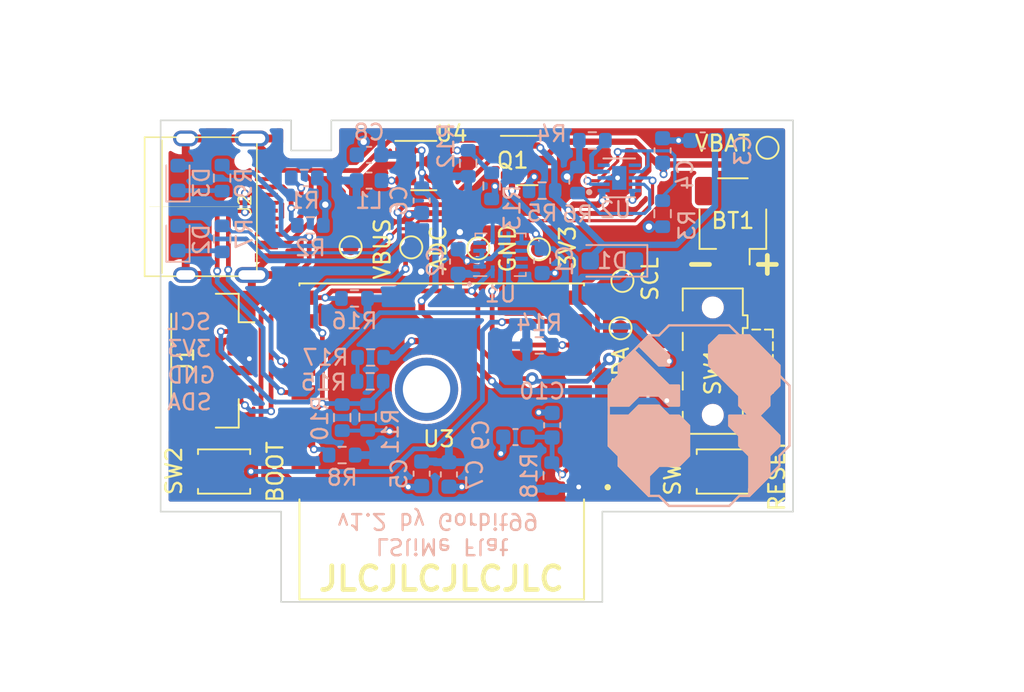
<source format=kicad_pcb>
(kicad_pcb (version 20221018) (generator pcbnew)
  (layers (0 "F.Cu" signal) (31 "B.Cu" signal) (34 "B.Paste" user) (35 "F.Paste" user) (36 "B.SilkS" user "B.Silkscreen") (37 "F.SilkS" user "F.Silkscreen") (38 "B.Mask" user) (39 "F.Mask" user) (44 "Edge.Cuts" user))
  (net 0 "")
  (net 1 "GND")
  (net 2 "+BATT")
  (net 3 "+5V")
  (net 4 "Net-(D2-K)")
  (net 5 "Net-(J2-CC1)")
  (net 6 "/USBD+")
  (net 7 "/USBD-")
  (net 9 "Net-(J2-CC2)")
  (net 11 "/SCL")
  (net 12 "/SDA")
  (net 13 "Net-(U4-SW)")
  (net 14 "Net-(U2-ISET)")
  (net 15 "/CHRG")
  (net 16 "Net-(U2-PRETERM)")
  (net 17 "/ADC")
  (net 18 "/EN")
  (net 20 "/GPIO0")
  (net 22 "Net-(U2-TS)")
  (net 23 "Net-(U4-FB)")
  (net 24 "VCC")
  (net 25 "Net-(R15-Pad2)")
  (net 32 "/BOOT")
  (net 35 "Net-(U3-IO2)")
  (net 38 "/+5P")
  (net 40 "+3V3")
  (net 41 "Net-(D3-K)")
  (footprint "Package_TO_SOT_SMD:SOT-23" (layer "F.Cu") (at 184.4825 49.53)
    (fp_text reference "Q1")
    (fp_text value "Q_PMOS_GSD")
  )
  (footprint "TestPoint:TestPoint_Pad_D1.0mm" (layer "F.Cu") (at 173.308031 55.020395)
    (fp_text reference "TP2" hide)
    (fp_text value "VBUS")
  )
  (footprint "USB-C-Power-tester:TYPE-C-31-M-12" (layer "F.Cu") (at 162.8775 52.455 -90)
    (fp_text reference "J2")
    (fp_text value "USB_C_Receptacle_USB2.0")
  )
  (footprint "TestPoint:TestPoint_Pad_D1.0mm" (layer "F.Cu") (at 190.5 57.15)
    (fp_text reference "TP6" hide)
    (fp_text value "SCL")
  )
  (footprint "TestPoint:TestPoint_Pad_D1.0mm" (layer "F.Cu") (at 177.14089 55.025812)
    (fp_text reference "TP4" hide)
    (fp_text value "ADC")
  )
  (footprint "ESP_Custom:MODULE_ESP32-C3-WROOM-02-H4" (layer "F.Cu") (at 179.07 67.31 180)
    (fp_text reference "U3")
    (fp_text value "ESP32-C3-WROOM-02-N4")
  )
  (footprint "Button_Switch_SMD:SW_SPST_B3U-1000P" (layer "F.Cu") (at 196.85 69.215 180)
    (fp_text reference "SW3")
    (fp_text value "SW_Push")
  )
  (footprint "Switch_Custom:SW_SPDT_CK-JS102011SAQN" (layer "F.Cu") (at 196.215 62.23 90)
    (fp_text reference "SW1")
    (fp_text value "SW_SPDT")
  )
  (footprint "TestPoint:TestPoint_Pad_D1.0mm" (layer "F.Cu") (at 199.678094 48.721602)
    (fp_text reference "TP3" hide)
    (fp_text value "VBAT")
  )
  (footprint "JST_Custom:JST_SH_SM02B-SRSS-TB_1x02-1MP_P1.00mm_Horizontal" (layer "F.Cu") (at 197.485 53.34 180)
    (fp_text reference "BT1")
    (fp_text value "Battery_Cell")
  )
  (footprint "TestPoint:TestPoint_Pad_D1.0mm" (layer "F.Cu") (at 190.380961 60.147317)
    (fp_text reference "TP7" hide)
    (fp_text value "SDA")
  )
  (footprint "Button_Switch_SMD:SW_SPST_B3U-1000P" (layer "F.Cu") (at 165.305 69.215)
    (fp_text reference "SW2")
    (fp_text value "SW_Push")
  )
  (footprint "TestPoint:TestPoint_Pad_D1.0mm" (layer "F.Cu") (at 185.217356 55.146906)
    (fp_text reference "TP5" hide)
    (fp_text value "3V3")
  )
  (footprint "Connector_JST:JST_GH_SM04B-GHS-TB_1x04-1MP_P1.25mm_Horizontal" (layer "F.Cu") (at 164.52 62.2 -90)
    (fp_text reference "J1")
    (fp_text value "Conn_01x04_Socket")
  )
  (footprint "TestPoint:TestPoint_Pad_D1.0mm" (layer "F.Cu") (at 181.383788 55.088259)
    (fp_text reference "TP1" hide)
    (fp_text value "GND")
  )
  (footprint "Package_TO_SOT_SMD:SOT-23-5" (layer "F.Cu") (at 177.9325 49.85)
    (fp_text reference "U4")
    (fp_text value "M3406")
  )
  (footprint "LED_SMD:LED_0603_1608Metric" (layer "B.Cu") (at 162.38723 50.641515 90)
    (fp_text reference "D3")
    (fp_text value "BLUE")
  )
  (footprint "Resistor_SMD:R_0603_1608Metric" (layer "B.Cu") (at 174.570719 61.995086)
    (fp_text reference "R17")
    (fp_text value "150k")
  )
  (footprint "Capacitor_SMD:C_0603_1608Metric" (layer "B.Cu") (at 185.42 55.88 90)
    (fp_text reference "C1")
    (fp_text value "0.1uF")
  )
  (footprint "Resistor_SMD:R_0603_1608Metric" (layer "B.Cu") (at 180.742625 49.707236 90)
    (fp_text reference "R12")
    (fp_text value "680k")
  )
  (footprint "LGA_Custom:Bosch_LGA-14_3x2.5mm_P0.5mm" (layer "B.Cu") (at 182.7911 55.495063)
    (fp_text reference "U1")
    (fp_text value "LSM6DSV16X")
  )
  (footprint "Diode_SMD:D_SOD-123F" (layer "B.Cu") (at 189.865 55.88 180)
    (fp_text reference "D1")
    (fp_text value "D_Schottky")
  )
  (footprint "Resistor_SMD:R_0603_1608Metric" (layer "B.Cu") (at 185.42 51.435)
    (fp_text reference "R5")
    (fp_text value "150k")
  )
  (footprint "Resistor_SMD:R_0603_1608Metric" (layer "B.Cu") (at 173.549844 58.259336)
    (fp_text reference "R16")
    (fp_text value "10k")
  )
  (footprint "Resistor_SMD:R_0603_1608Metric" (layer "B.Cu") (at 170.760717 53.636841)
    (fp_text reference "R2")
    (fp_text value "5k1")
  )
  (footprint "Capacitor_SMD:C_0603_1608Metric" (layer "B.Cu") (at 195.58 48.26 180)
    (fp_text reference "C3")
    (fp_text value "1uF")
  )
  (footprint "Capacitor_SMD:C_0603_1608Metric" (layer "B.Cu") (at 180.105033 55.925911 -90)
    (fp_text reference "C2")
    (fp_text value "0.1uF")
  )
  (footprint "Capacitor_SMD:C_0603_1608Metric" (layer "B.Cu") (at 193.04 48.895 90)
    (fp_text reference "C4")
    (fp_text value "1uF")
  )
  (footprint "Resistor_SMD:R_0603_1608Metric" (layer "B.Cu") (at 188.595 48.26 180)
    (fp_text reference "R4")
    (fp_text value "2k")
  )
  (footprint "Resistor_SMD:R_0603_1608Metric" (layer "B.Cu") (at 165.179356 54.48969 -90)
    (fp_text reference "R7")
    (fp_text value "2k")
  )
  (footprint "Resistor_SMD:R_0603_1608Metric" (layer "B.Cu") (at 170.377224 50.634642)
    (fp_text reference "R1")
    (fp_text value "5k1")
  )
  (footprint "Resistor_SMD:R_0603_1608Metric" (layer "B.Cu") (at 193.04 52.895 -90)
    (fp_text reference "R3")
    (fp_text value "560R")
  )
  (footprint "Resistor_SMD:R_0603_1608Metric" (layer "B.Cu") (at 174.541665 63.506286 180)
    (fp_text reference "R15")
    (fp_text value "150k")
  )
  (footprint "LED_SMD:LED_0603_1608Metric" (layer "B.Cu") (at 162.38723 54.44969 90)
    (fp_text reference "D2")
    (fp_text value "RED")
  )
  (footprint "Inductor_SMD:L_0603_1608Metric" (layer "B.Cu") (at 174.4725 50.8 180)
    (fp_text reference "L1")
    (fp_text value "2.2uH")
  )
  (footprint "Resistor_SMD:R_0603_1608Metric" (layer "B.Cu") (at 165.179356 50.641515 -90)
    (fp_text reference "R9")
    (fp_text value "2k")
  )
  (footprint "Capacitor_SMD:C_0603_1608Metric" (layer "B.Cu") (at 186.055 66.287946 -90)
    (fp_text reference "C10")
    (fp_text value "1uF")
  )
  (footprint "Capacitor_SMD:C_0603_1608Metric" (layer "B.Cu") (at 177.8 69.355 -90)
    (fp_text reference "C5")
    (fp_text value "0.1uF")
  )
  (footprint "Resistor_SMD:R_0603_1608Metric" (layer "B.Cu") (at 182.227141 51.139151 -90)
    (fp_text reference "R13")
    (fp_text value "150k")
  )
  (footprint "Resistor_SMD:R_0603_1608Metric" (layer "B.Cu") (at 172.776201 65.802061 90)
    (fp_text reference "R10")
    (fp_text value "150k")
  )
  (footprint "Capacitor_SMD:C_0603_1608Metric" (layer "B.Cu") (at 179.523424 69.399475 -90)
    (fp_text reference "C7")
    (fp_text value "10uF")
  )
  (footprint "Capacitor_SMD:C_0603_1608Metric" (layer "B.Cu") (at 177.8 52.07 -90)
    (fp_text reference "C6")
    (fp_text value "10uF")
  )
  (footprint "Resistor_SMD:R_0603_1608Metric" (layer "B.Cu") (at 172.767444 68.174314 180)
    (fp_text reference "R8")
    (fp_text value "5k1")
  )
  (footprint "Capacitor_SMD:C_0603_1608Metric" (layer "B.Cu") (at 174.475106 49.172072 180)
    (fp_text reference "C8")
    (fp_text value "10uF")
  )
  (footprint "Resistor_SMD:R_0603_1608Metric" (layer "B.Cu") (at 187.662557 50.764704 -90)
    (fp_text reference "R6")
    (fp_text value "10k")
  )
  (footprint "Capacitor_SMD:C_0603_1608Metric" (layer "B.Cu") (at 183.735278 67.034721)
    (fp_text reference "C9")
    (fp_text value "0.1uF")
  )
  (footprint "Resistor_SMD:R_0603_1608Metric" (layer "B.Cu") (at 185.242003 61.235513 180)
    (fp_text reference "R14")
    (fp_text value "10k")
  )
  (footprint "SON_Custom:SON40P200X200X80-11N" (layer "B.Cu") (at 190.296741 50.629771)
    (fp_text reference "U2")
    (fp_text value "BQ24040DSQT")
  )
  (footprint "Resistor_SMD:R_0603_1608Metric" (layer "B.Cu") (at 174.38177 65.78421 -90)
    (fp_text reference "R11")
    (fp_text value "150k")
  )
  (footprint "Resistor_SMD:R_0603_1608Metric" (layer "B.Cu") (at 186.030873 69.475962 -90)
    (fp_text reference "R18")
    (fp_text value "10k")
  )
  (gr_line (start 193.444867 59.964435) (end 192.809867 60.599435) (stroke (width 0.15)) (layer "B.SilkS"))
  (gr_line (start 198.524867 70.759435) (end 200.429867 68.854435) (stroke (width 0.15)) (layer "B.SilkS"))
  (gr_line (start 193.444867 71.394435) (end 197.254867 71.394435) (stroke (width 0.15)) (layer "B.SilkS"))
  (gr_line (start 189.634867 63.774435) (end 189.634867 67.584435) (stroke (width 0.15)) (layer "B.SilkS"))
  (gr_line (start 197.889867 70.759435) (end 198.524867 70.759435) (stroke (width 0.15)) (layer "B.SilkS"))
  (gr_line (start 200.429867 63.139435) (end 200.429867 62.504435) (stroke (width 0.15)) (layer "B.SilkS"))
  (gr_line (start 192.174867 60.599435) (end 190.269867 62.504435) (stroke (width 0.15)) (layer "B.SilkS"))
  (gr_line (start 192.809867 60.599435) (end 192.174867 60.599435) (stroke (width 0.15)) (layer "B.SilkS"))
  (gr_line (start 200.429867 68.854435) (end 200.429867 68.219435) (stroke (width 0.15)) (layer "B.SilkS"))
  (gr_line (start 197.254867 71.394435) (end 197.889867 70.759435) (stroke (width 0.15)) (layer "B.SilkS"))
  (gr_poly (pts (xy 189.634867 65.044435) (xy 190.904867 65.044435) (xy 191.539867 64.409435) (xy 192.809867 64.409435) (xy 193.444867 65.044435) (xy 194.079867 65.044435) (xy 194.079867 63.774435) (xy 193.444867 63.774435) (xy 191.222367 61.551935) (xy 190.269867 62.504435) (xy 190.269867 63.139435) (xy 189.634867 63.774435)) (stroke (width 0.15)) (fill solid) (layer "B.SilkS"))
  (gr_line (start 201.064867 67.584435) (end 201.064867 63.774435) (stroke (width 0.15)) (layer "B.SilkS"))
  (gr_line (start 190.269867 63.139435) (end 189.634867 63.774435) (stroke (width 0.15)) (layer "B.SilkS"))
  (gr_line (start 197.889867 60.599435) (end 197.254867 59.964435) (stroke (width 0.15)) (layer "B.SilkS"))
  (gr_line (start 200.429867 68.219435) (end 201.064867 67.584435) (stroke (width 0.15)) (layer "B.SilkS"))
  (gr_line (start 198.524867 60.599435) (end 197.889867 60.599435) (stroke (width 0.15)) (layer "B.SilkS"))
  (gr_line (start 197.254867 59.964435) (end 193.444867 59.964435) (stroke (width 0.15)) (layer "B.SilkS"))
  (gr_line (start 190.269867 62.504435) (end 190.269867 63.139435) (stroke (width 0.15)) (layer "B.SilkS"))
  (gr_line (start 192.174867 70.759435) (end 192.809867 70.759435) (stroke (width 0.15)) (layer "B.SilkS"))
  (gr_line (start 200.429867 62.504435) (end 198.524867 60.599435) (stroke (width 0.15)) (layer "B.SilkS"))
  (gr_line (start 189.634867 67.584435) (end 190.269867 68.219435) (stroke (width 0.15)) (layer "B.SilkS"))
  (gr_poly (pts (xy 191.539867 61.234435) (xy 192.809867 62.504435) (xy 193.444867 62.504435) (xy 193.444867 61.869435) (xy 192.174867 60.599435)) (stroke (width 0.15)) (fill solid) (layer "B.SilkS"))
  (gr_line (start 201.064867 63.774435) (end 200.429867 63.139435) (stroke (width 0.15)) (layer "B.SilkS"))
  (gr_poly (pts (xy 200.429867 63.774435) (xy 200.429867 62.504435) (xy 198.524867 60.599435) (xy 196.619867 60.599435) (xy 195.984867 61.234435) (xy 195.984867 62.504435) (xy 197.889867 64.409435) (xy 197.889867 65.044435) (xy 198.524867 65.679435) (xy 197.254867 65.679435) (xy 197.254867 66.314435) (xy 197.889867 66.949435) (xy 197.889867 67.584435) (xy 198.524867 68.219435) (xy 198.524867 70.759435) (xy 199.794867 69.489435) (xy 199.794867 68.219435) (xy 200.429867 67.584435) (xy 200.429867 66.949435) (xy 199.159867 65.679435) (xy 199.794867 65.044435) (xy 199.794867 64.409435)) (stroke (width 0.15)) (fill solid) (layer "B.SilkS"))
  (gr_line (start 190.269867 68.219435) (end 190.269867 68.854435) (stroke (width 0.15)) (layer "B.SilkS"))
  (gr_line (start 192.809867 70.759435) (end 193.444867 71.394435) (stroke (width 0.15)) (layer "B.SilkS"))
  (gr_line (start 190.269867 68.854435) (end 192.174867 70.759435) (stroke (width 0.15)) (layer "B.SilkS"))
  (gr_poly (pts (xy 189.634867 65.679435) (xy 190.904867 65.679435) (xy 191.539867 65.044435) (xy 192.809867 65.044435) (xy 193.444867 65.679435) (xy 194.079867 65.679435) (xy 194.714867 66.314435) (xy 194.714867 68.219435) (xy 194.079867 68.854435) (xy 192.809867 68.854435) (xy 192.174867 69.489435) (xy 192.174867 70.759435) (xy 190.269867 68.854435) (xy 190.269867 68.219435) (xy 189.634867 67.584435)) (stroke (width 0.15)) (fill solid) (layer "B.SilkS"))
  (gr_line (start 168.91 46.99) (end 161.29 46.99) (stroke (width 0.1)) (layer "Edge.Cuts"))
  (gr_line (start 168.91 71.755) (end 161.29 71.755) (stroke (width 0.1)) (layer "Edge.Cuts"))
  (gr_line (start 168.91 46.99) (end 169.545 46.99) (stroke (width 0.1)) (layer "Edge.Cuts"))
  (gr_line (start 169.545 48.895) (end 172.085 48.895) (stroke (width 0.1)) (layer "Edge.Cuts"))
  (gr_line (start 201.29 46.99) (end 201.29 71.755) (stroke (width 0.1)) (layer "Edge.Cuts"))
  (gr_line (start 168.91 77.47) (end 189.23 77.47) (stroke (width 0.1)) (layer "Edge.Cuts"))
  (gr_line (start 169.545 46.99) (end 169.545 48.895) (stroke (width 0.1)) (layer "Edge.Cuts"))
  (gr_line (start 189.23 71.755) (end 201.29 71.755) (stroke (width 0.1)) (layer "Edge.Cuts"))
  (gr_line (start 161.29 46.99) (end 161.29 71.755) (stroke (width 0.1)) (layer "Edge.Cuts"))
  (gr_line (start 168.91 77.47) (end 168.91 71.755) (stroke (width 0.1)) (layer "Edge.Cuts"))
  (gr_line (start 189.23 77.47) (end 189.23 71.755) (stroke (width 0.1)) (layer "Edge.Cuts"))
  (gr_line (start 172.085 48.895) (end 172.085 46.99) (stroke (width 0.1)) (layer "Edge.Cuts"))
  (gr_line (start 172.085 46.99) (end 201.29 46.99) (stroke (width 0.1)) (layer "Edge.Cuts"))
  (gr_text "3V3" (at 164.572329 62.018333) (layer "B.SilkS") (effects (font (size 1 1)) (justify left bottom mirror)))
  (gr_text "." (at 181.399591 57.690111) (layer "B.SilkS") (effects (font (size 2 2)) (justify left bottom mirror)))
  (gr_text "SCL" (at 164.572329 60.325) (layer "B.SilkS") (effects (font (size 1 1)) (justify left bottom mirror)))
  (gr_text "v1.2 by Gorbit99" (at 172.356022 71.78312 180) (layer "B.SilkS") (effects (font (size 1 1)) (justify left bottom mirror)))
  (gr_text "SDA" (at 164.619948 65.404999) (layer "B.SilkS") (effects (font (size 1 1)) (justify left bottom mirror)))
  (gr_text "LSliMe Flat" (at 174.804048 73.381136 180) (layer "B.SilkS") (effects (font (size 1 1)) (justify left bottom mirror)))
  (gr_text "GND" (at 164.858043 63.711666) (layer "B.SilkS") (effects (font (size 1 1)) (justify left bottom mirror)))
  (gr_text "3V3" (at 187.615005 56.519097 90) (layer "F.SilkS") (effects (font (size 1 1)) (justify left bottom)))
  (gr_text "SCL" (at 192.836469 58.511814 90) (layer "F.SilkS") (effects (font (size 1 1)) (justify left bottom)))
  (gr_text "GND" (at 183.826874 56.716983 90) (layer "F.SilkS") (effects (font (size 1 1)) (justify left bottom)))
  (gr_text "ADC" (at 179.433751 56.609254 90) (layer "F.SilkS") (effects (font (size 1 1)) (justify left bottom)))
  (gr_text "RESET\n" (at 200.855851 71.82578 90) (layer "F.SilkS") (effects (font (size 1 1)) (justify left bottom)))
  (gr_text "+" (at 198.539019 56.877841) (layer "F.SilkS") (effects (font (size 1.5 1.5) (thickness 0.3) bold) (justify left bottom)))
  (gr_text "BOOT" (at 169.119102 71.265977 90) (layer "F.SilkS") (effects (font (size 1 1)) (justify left bottom)))
  (gr_text "-" (at 194.31 56.877841) (layer "F.SilkS") (effects (font (size 1.5 1.5) (thickness 0.3) bold) (justify left bottom)))
  (gr_text "SDA" (at 190.977908 64.247404 90) (layer "F.SilkS") (effects (font (size 1 1)) (justify left bottom)))
  (gr_text "JLCJLCJLCJLC" (at 171.133065 76.882207) (layer "F.SilkS") (effects (font (size 1.5 1.5) (thickness 0.3) bold) (justify left bottom)))
  (gr_text "VBAT" (at 194.984805 49.033941) (layer "F.SilkS") (effects (font (size 1 1)) (justify left bottom)))
  (gr_text "VBUS" (at 175.895 57.15 90) (layer "F.SilkS") (effects (font (size 1 1)) (justify left bottom)))
  (segment (start 190.193419 50.627099) (end 190.193419 50.629982) (width 0.3) (layer "F.Cu") (net 1))
  (segment (start 190.20132 50.635) (end 190.215 50.635) (width 0.3) (layer "F.Cu") (net 1))
  (segment (start 190.196302 50.629982) (end 190.20132 50.635) (width 0.3) (layer "F.Cu") (net 1))
  (segment (start 190.164878 50.598558) (end 190.193419 50.627099) (width 0.3) (layer "F.Cu") (net 1))
  (segment (start 167.9775 49.055) (end 167.0575 48.135) (width 0.4) (layer "F.Cu") (net 1))
  (segment (start 167.9775 55.855) (end 167.0575 56.775) (width 0.4) (layer "F.Cu") (net 1))
  (segment (start 190.193419 50.629982) (end 190.196302 50.629982) (width 0.3) (layer "F.Cu") (net 1))
  (segment (start 167.9775 55.83) (end 167.9775 55.855) (width 0.4) (layer "F.Cu") (net 1))
  (segment (start 190.128436 50.635) (end 190.164878 50.598558) (width 0.3) (layer "F.Cu") (net 1))
  (segment (start 167.9775 49.08) (end 167.9775 49.055) (width 0.4) (layer "F.Cu") (net 1))
  (segment (start 176.698608 49.946392) (end 176.795 49.85) (width 0.4) (layer "F.Cu") (net 1))
  (via (at 182.436607 51.163651) (size 0.5) (drill 0.3) (layers "F.Cu" "B.Cu") (net 1))
  (via (at 175.771572 66.672591) (size 0.5) (drill 0.3) (layers "F.Cu" "B.Cu") (net 1))
  (via (at 180.677764 55.883631) (size 0.5) (drill 0.3) (layers "F.Cu" "B.Cu") (net 1))
  (via (at 184.921923 50.559945) (size 0.5) (drill 0.3) (layers "F.Cu" "B.Cu") (net 1))
  (via (at 171.704 52.324) (size 0.8) (drill 0.4) (layers "F.Cu" "B.Cu") (net 1))
  (via (at 180.34 70.187893) (size 0.5) (drill 0.3) (layers "F.Cu" "B.Cu") (net 1))
  (via (at 186.9945 50.546988) (size 0.8) (drill 0.4) (layers "F.Cu" "B.Cu") (net 1))
  (via (at 192.175672 53.72) (size 0.8) (drill 0.4) (layers "F.Cu" "B.Cu") (net 1))
  (via (at 176.995823 52.943836) (size 0.5) (drill 0.3) (layers "F.Cu" "B.Cu") (net 1))
  (via (at 186.228063 56.655) (size 0.5) (drill 0.3) (layers "F.Cu" "B.Cu") (net 1))
  (via (at 182.807797 68.080524) (size 0.5) (drill 0.3) (layers "F.Cu" "B.Cu") (net 1))
  (via (at 190.193419 50.629982) (size 0.5) (drill 0.3) (layers "F.Cu" "B.Cu") (net 1))
  (via (at 185.208108 65.477202) (size 0.5) (drill 0.3) (layers "F.Cu" "B.Cu") (net 1))
  (via (at 174.134654 48.347169) (size 0.8) (drill 0.4) (layers "F.Cu" "B.Cu") (net 1))
  (via (at 194.056 48.26) (size 0.5) (drill 0.3) (layers "F.Cu" "B.Cu") (net 1))
  (via (at 176.95268 70.19025) (size 0.5) (drill 0.3) (layers "F.Cu" "B.Cu") (net 1))
  (segment (start 174.38177 66.60921) (end 175.708191 66.60921) (width 0.25) (layer "B.Cu") (net 1))
  (segment (start 180.677764 55.883631) (end 181.327532 55.883631) (width 0.3) (layer "B.Cu") (net 1))
  (segment (start 182.960278 67.034721) (end 182.960278 67.928043) (width 0.4) (layer "B.Cu") (net 1))
  (segment (start 182.436607 51.163651) (end 182.436607 51.754685) (width 0.4) (layer "B.Cu") (net 1))
  (segment (start 193.675 48.26) (end 193.18 48.26) (width 0.4) (layer "B.Cu") (net 1))
  (segment (start 185.208108 65.477202) (end 186.019256 65.477202) (width 0.4) (layer "B.Cu") (net 1))
  (segment (start 182.88 54.567963) (end 183.291226 54.567963) (width 0.3) (layer "B.Cu") (net 1))
  (segment (start 174.134654 48.347169) (end 174.134654 48.737524) (width 0.4) (layer "B.Cu") (net 1))
  (segment (start 187.77 49.825077) (end 187.724238 49.870839) (width 0.4) (layer "B.Cu") (net 1))
  (segment (start 177.701164 52.943836) (end 177.8 52.845) (width 0.4) (layer "B.Cu") (net 1))
  (segment (start 171.690995 52.310995) (end 171.690995 51.123413) (width 0.4) (layer "B.Cu") (net 1))
  (segment (start 171.704 53.518558) (end 171.585717 53.636841) (width 0.4) (layer "B.Cu") (net 1))
  (segment (start 187.662557 49.939704) (end 187.601784 49.939704) (width 0.4) (layer "B.Cu") (net 1))
  (segment (start 189.649926 50.642928) (end 189.657854 50.635) (width 0.3) (layer "B.Cu") (net 1))
  (segment (start 175.708191 66.60921) (end 175.771572 66.672591) (width 0.25) (layer "B.Cu") (net 1))
  (segment (start 180.105033 55.3109) (end 180.677764 55.883631) (width 0.3) (layer "B.Cu") (net 1))
  (segment (start 171.704 52.324) (end 171.704 53.518558) (width 0.4) (layer "B.Cu") (net 1))
  (segment (start 187.57718 48.06718) (end 187.77 48.26) (width 0.4) (layer "B.Cu") (net 1))
  (segment (start 174.134654 48.737524) (end 173.700106 49.172072) (width 0.4) (layer "B.Cu") (net 1))
  (segment (start 182.1767 55.745126) (end 182.88 55.041826) (width 0.3) (layer "B.Cu") (net 1))
  (segment (start 182.436607 51.754685) (end 182.227141 51.964151) (width 0.4) (layer "B.Cu") (net 1))
  (segment (start 172.776201 66.627061) (end 174.363919 66.627061) (width 0.25) (layer "B.Cu") (net 1))
  (segment (start 171.704 52.324) (end 171.690995 52.310995) (width 0.4) (layer "B.Cu") (net 1))
  (segment (start 194.805 48.26) (end 193.675 48.26) (width 0.4) (layer "B.Cu") (net 1))
  (segment (start 189.657854 50.635) (end 190.215 50.635) (width 0.3) (layer "B.Cu") (net 1))
  (segment (start 184.595 50.886868) (end 184.595 51.435) (width 0.4) (layer "B.Cu") (net 1))
  (segment (start 176.995823 52.943836) (end 177.701164 52.943836) (width 0.4) (layer "B.Cu") (net 1))
  (segment (start 180.34 70.187893) (end 179.536842 70.187893) (width 0.4) (layer "B.Cu") (net 1))
  (segment (start 184.921923 50.559945) (end 184.595 50.886868) (width 0.4) (layer "B.Cu") (net 1))
  (segment (start 193.18 48.26) (end 193.04 48.12) (width 0.4) (layer "B.Cu") (net 1))
  (segment (start 171.690995 51.123413) (end 171.202224 50.634642) (width 0.4) (layer "B.Cu") (net 1))
  (segment (start 182.960278 67.928043) (end 182.807797 68.080524) (width 0.4) (layer "B.Cu") (net 1))
  (segment (start 180.105033 55.150911) (end 180.105033 55.3109) (width 0.3) (layer "B.Cu") (net 1))
  (segment (start 192.175672 53.72) (end 193.04 53.72) (width 0.4) (layer "B.Cu") (net 1))
  (segment (start 186.228063 56.655) (end 185.42 56.655) (width 0.3) (layer "B.Cu") (net 1))
  (segment (start 187.601784 49.939704) (end 186.9945 50.546988) (width 0.4) (layer "B.Cu") (net 1))
  (segment (start 174.363919 66.627061) (end 174.38177 66.60921) (width 0.25) (layer "B.Cu") (net 1))
  (segment (start 181.61 55.745126) (end 182.1767 55.745126) (width 0.3) (layer "B.Cu") (net 1))
  (segment (start 190.22 50.63) (end 190.215 50.635) (width 0.4) (layer "B.Cu") (net 1))
  (segment (start 181.61 55.245) (end 181.61 56.245252) (width 0.3) (layer "B.Cu") (net 1))
  (segment (start 176.95268 70.19025) (end 177.73975 70.19025) (width 0.4) (layer "B.Cu") (net 1))
  (segment (start 182.7911 54.567963) (end 182.88 54.567963) (width 0.3) (layer "B.Cu") (net 1))
  (segment (start 186.019256 65.477202) (end 186.055 65.512946) (width 0.4) (layer "B.Cu") (net 1))
  (segment (start 187.77 48.26) (end 187.77 49.825077) (width 0.4) (layer "B.Cu") (net 1))
  (segment (start 181.327532 55.883631) (end 181.4661 55.745063) (width 0.3) (layer "B.Cu") (net 1))
  (segment (start 182.88 55.041826) (end 182.88 54.567963) (width 0.3) (layer "B.Cu") (net 1))
  (segment (start 177.73975 70.19025) (end 177.8 70.13) (width 0.4) (layer "B.Cu") (net 1))
  (segment (start 179.536842 70.187893) (end 179.523424 70.174475) (width 0.4) (layer "B.Cu") (net 1))
  (segment (start 185.42 49.53) (end 182.118 49.53) (width 0.3) (layer "F.Cu") (net 2))
  (segment (start 197.972118 50.652118) (end 197.972118 50.395507) (width 0.3) (layer "F.Cu") (net 2))
  (segment (start 192.132794 50.152967) (end 192.132794 49.167206) (width 0.4) (layer "F.Cu") (net 2))
  (segment (start 191.516 51.641747) (end 191.516 50.769761) (width 0.4) (layer "F.Cu") (net 2))
  (segment (start 197.104 49.784) (end 197.972118 50.652118) (width 0.4) (layer "F.Cu") (net 2))
  (segment (start 193.104503 50.138915) (end 192.132794 49.167206) (width 0.4) (layer "F.Cu") (net 2))
  (segment (start 193.104503 50.395911) (end 193.104503 50.138915) (width 0.4) (layer "F.Cu") (net 2))
  (segment (start 192.132794 49.167206) (end 192.749588 49.784) (width 0.4) (layer "F.Cu") (net 2))
  (segment (start 191.516 50.769761) (end 192.132794 50.152967) (width 0.4) (layer "F.Cu") (net 2))
  (segment (start 182.118 49.53) (end 179.324 52.324) (width 0.3) (layer "F.Cu") (net 2))
  (segment (start 191.305753 48.340165) (end 186.609835 48.340165) (width 0.4) (layer "F.Cu") (net 2))
  (segment (start 176.76713 52.324) (end 176.276 52.81513) (width 0.3) (layer "F.Cu") (net 2))
  (segment (start 191.135 52.022747) (end 191.516 51.641747) (width 0.4) (layer "F.Cu") (net 2))
  (segment (start 192.749588 49.784) (end 197.104 49.784) (width 0.4) (layer "F.Cu") (net 2))
  (segment (start 192.132794 49.167206) (end 191.305753 48.340165) (width 0.4) (layer "F.Cu") (net 2))
  (segment (start 197.972118 50.652118) (end 197.972118 50.927882) (width 0.4) (layer "F.Cu") (net 2))
  (segment (start 186.609835 48.340165) (end 185.42 49.53) (width 0.4) (layer "F.Cu") (net 2))
  (segment (start 179.324 52.324) (end 176.76713 52.324) (width 0.3) (layer "F.Cu") (net 2))
  (segment (start 197.972118 50.927882) (end 197.972118 55.052118) (width 0.4) (layer "F.Cu") (net 2))
  (segment (start 197.972118 50.395507) (end 199.769439 48.598186) (width 0.3) (layer "F.Cu") (net 2))
  (via (at 191.135 52.022747) (size 0.5) (drill 0.3) (layers "F.Cu" "B.Cu") (net 2))
  (via (at 193.104503 50.395911) (size 0.5) (drill 0.3) (layers "F.Cu" "B.Cu") (net 2))
  (via (at 176.276 52.81513) (size 0.5) (drill 0.3) (layers "F.Cu" "B.Cu") (net 2))
  (segment (start 176.388589 52.927719) (end 176.388589 54.604529) (width 0.3) (layer "B.Cu") (net 2))
  (segment (start 193.104503 49.734503) (end 193.04 49.67) (width 0.3) (layer "B.Cu") (net 2))
  (segment (start 166.692805 54.495) (end 164.597183 54.495) (width 0.3) (layer "B.Cu") (net 2))
  (segment (start 175.113118 55.88) (end 168.077805 55.88) (width 0.3) (layer "B.Cu") (net 2))
  (segment (start 176.388589 54.604529) (end 175.113118 55.88) (width 0.3) (layer "B.Cu") (net 2))
  (segment (start 193.104503 50.395911) (end 193.104503 49.734503) (width 0.3) (layer "B.Cu") (net 2))
  (segment (start 168.077805 55.88) (end 166.692805 54.495) (width 0.3) (layer "B.Cu") (net 2))
  (segment (start 191.135 52.022747) (end 191.135 51.599949) (width 0.3) (layer "B.Cu") (net 2))
  (segment (start 191.135 51.599949) (end 191.088519 51.553468) (width 0.3) (layer "B.Cu") (net 2))
  (segment (start 163.764373 53.66219) (end 162.38723 53.66219) (width 0.3) (layer "B.Cu") (net 2))
  (segment (start 164.597183 54.495) (end 163.764373 53.66219) (width 0.3) (layer "B.Cu") (net 2))
  (segment (start 176.276 52.81513) (end 176.388589 52.927719) (width 0.3) (layer "B.Cu") (net 2))
  (segment (start 173.355 51.308) (end 173.355 54.61) (width 0.3) (layer "F.Cu") (net 3))
  (segment (start 170.815 50.165) (end 173.863 50.165) (width 0.3) (layer "F.Cu") (net 3))
  (segment (start 170.815 53.34) (end 170.815 50.79) (width 0.3) (layer "F.Cu") (net 3))
  (segment (start 185.303734 48.727734) (end 185.156 48.58) (width 0.4) (layer "F.Cu") (net 3))
  (segment (start 187.078218 52.656282) (end 187.4105 52.324) (width 0.4) (layer "F.Cu") (net 3))
  (segment (start 173.863 50.165) (end 175.778 48.25) (width 0.3) (layer "F.Cu") (net 3))
  (segment (start 172.212 50.165) (end 173.355 51.308) (width 0.3) (layer "F.Cu") (net 3))
  (segment (start 167.9775 50.155) (end 170.805 50.155) (width 0.3) (layer "F.Cu") (net 3))
  (segment (start 170.815 50.79) (end 170.18 50.155) (width 0.3) (layer "F.Cu") (net 3))
  (segment (start 185.156 48.58) (end 183.545 48.58) (width 0.4) (layer "F.Cu") (net 3))
  (segment (start 170.805 50.155) (end 170.815 50.165) (width 0.3) (layer "F.Cu") (net 3))
  (segment (start 183.215 48.25) (end 183.545 48.58) (width 0.3) (layer "F.Cu") (net 3))
  (segment (start 167.9775 54.755) (end 169.4 54.755) (width 0.3) (layer "F.Cu") (net 3))
  (segment (start 169.4 54.755) (end 170.815 53.34) (width 0.3) (layer "F.Cu") (net 3))
  (segment (start 187.4105 52.324) (end 188.976 52.324) (width 0.4) (layer "F.Cu") (net 3))
  (segment (start 175.778 48.25) (end 183.215 48.25) (width 0.3) (layer "F.Cu") (net 3))
  (segment (start 188.976 52.324) (end 189.23 52.07) (width 0.4) (layer "F.Cu") (net 3))
  (segment (start 168.187858 54.965358) (end 167.9775 54.755) (width 0.3) (layer "F.Cu") (net 3))
  (via (at 185.303734 48.727734) (size 0.5) (drill 0.3) (layers "F.Cu" "B.Cu") (net 3))
  (via (at 189.23 52.07) (size 0.5) (drill 0.3) (layers "F.Cu" "B.Cu") (net 3))
  (via (at 187.078218 52.656282) (size 0.5) (drill 0.3) (layers "F.Cu" "B.Cu") (net 3))
  (segment (start 185.303734 48.727734) (end 185.303734 48.778733) (width 0.4) (layer "B.Cu") (net 3))
  (segment (start 196.355 52.420383) (end 193.911383 54.864) (width 0.4) (layer "B.Cu") (net 3))
  (segment (start 188.465 55.88) (end 188.465 55.684936) (width 0.4) (layer "B.Cu") (net 3))
  (segment (start 196.355 48.26) (end 196.355 52.420383) (width 0.4) (layer "B.Cu") (net 3))
  (segment (start 188.777936 54.356) (end 186.195 51.773064) (width 0.4) (layer "B.Cu") (net 3))
  (segment (start 185.303734 48.778733) (end 186.195 49.669999) (width 0.4) (layer "B.Cu") (net 3))
  (segment (start 186.195 51.773064) (end 186.195 49.669999) (width 0.4) (layer "B.Cu") (net 3))
  (segment (start 188.465 55.684936) (end 189.285936 54.864) (width 0.4) (layer "B.Cu") (net 3))
  (segment (start 193.911383 54.864) (end 189.285936 54.864) (width 0.4) (layer "B.Cu") (net 3))
  (segment (start 189.23 52.07) (end 189.23 51.535) (width 0.4) (layer "B.Cu") (net 3))
  (segment (start 189.285936 54.864) (end 188.777936 54.356) (width 0.4) (layer "B.Cu") (net 3))
  (segment (start 162.56 55.245) (end 165.1 55.245) (width 0.3) (layer "B.Cu") (net 4))
  (segment (start 169.552 52.555627) (end 169.545 52.548627) (width 0.3) (layer "F.Cu") (net 5))
  (segment (start 169.0275 51.205) (end 167.9775 51.205) (width 0.3) (layer "F.Cu") (net 5))
  (segment (start 169.545 52.548627) (end 169.545 51.7225) (width 0.3) (layer "F.Cu") (net 5))
  (segment (start 169.545 51.7225) (end 169.0275 51.205) (width 0.3) (layer "F.Cu") (net 5))
  (via (at 169.552 52.555627) (size 0.5) (drill 0.3) (layers "F.Cu" "B.Cu") (net 5))
  (segment (start 169.552 52.555627) (end 169.552 53.253124) (width 0.3) (layer "B.Cu") (net 5))
  (segment (start 169.552 53.253124) (end 169.935717 53.636841) (width 0.3) (layer "B.Cu") (net 5))
  (segment (start 165.64249 52.205) (end 167.9775 52.205) (width 0.3) (layer "F.Cu") (net 6))
  (segment (start 164.868238 56.524885) (end 164.868238 52.979252) (width 0.3) (layer "F.Cu") (net 6))
  (segment (start 168.9275 53.205) (end 167.9775 53.205) (width 0.2) (layer "F.Cu") (net 6))
  (segment (start 168.9275 52.205) (end 169.0025 52.28) (width 0.2) (layer "F.Cu") (net 6))
  (segment (start 168.985 64.21) (end 168.91 64.135) (width 0.3) (layer "F.Cu") (net 6))
  (segment (start 167.9775 52.205) (end 168.9275 52.205) (width 0.2) (layer "F.Cu") (net 6))
  (segment (start 169.0025 53.13) (end 168.9275 53.205) (width 0.2) (layer "F.Cu") (net 6))
  (segment (start 164.868238 52.979252) (end 165.64249 52.205) (width 0.3) (layer "F.Cu") (net 6))
  (segment (start 170.32 64.21) (end 168.985 64.21) (width 0.3) (layer "F.Cu") (net 6))
  (segment (start 169.0025 52.28) (end 169.0025 53.13) (width 0.2) (layer "F.Cu") (net 6))
  (via (at 168.91 64.135) (size 0.5) (drill 0.3) (layers "F.Cu" "B.Cu") (net 6))
  (via (at 164.868238 56.524885) (size 0.5) (drill 0.3) (layers "F.Cu" "B.Cu") (net 6))
  (segment (start 167.775 60.138976) (end 167.775 63) (width 0.3) (layer "B.Cu") (net 6))
  (segment (start 164.868238 56.524885) (end 164.868238 57.232214) (width 0.3) (layer "B.Cu") (net 6))
  (segment (start 164.868238 57.232214) (end 167.775 60.138976) (width 0.3) (layer "B.Cu") (net 6))
  (segment (start 167.775 63) (end 168.91 64.135) (width 0.3) (layer "B.Cu") (net 6))
  (segment (start 166.7235 51.705) (end 167.9775 51.705) (width 0.3) (layer "F.Cu") (net 7))
  (segment (start 165.576158 56.441425) (end 165.576158 52.978438) (width 0.3) (layer "F.Cu") (net 7))
  (segment (start 165.564088 56.453495) (end 165.576158 56.441425) (width 0.3) (layer "F.Cu") (net 7))
  (segment (start 168.91 62.23) (end 169.39 62.71) (width 0.3) (layer "F.Cu") (net 7))
  (segment (start 169.39 62.71) (end 170.32 62.71) (width 0.3) (layer "F.Cu") (net 7))
  (segment (start 166.624 51.6055) (end 166.7235 51.705) (width 0.3) (layer "F.Cu") (net 7))
  (segment (start 165.576158 52.978438) (end 165.849596 52.705) (width 0.3) (layer "F.Cu") (net 7))
  (segment (start 165.849596 52.705) (end 167.9775 52.705) (width 0.3) (layer "F.Cu") (net 7))
  (via (at 168.91 62.23) (size 0.5) (drill 0.3) (layers "F.Cu" "B.Cu") (net 7))
  (via (at 165.564088 56.453495) (size 0.5) (drill 0.3) (layers "F.Cu" "B.Cu") (net 7))
  (via (at 166.624 52.8045) (size 0.5) (drill 0.3) (layers "F.Cu" "B.Cu") (net 7))
  (via (at 166.624 51.6055) (size 0.5) (drill 0.3) (layers "F.Cu" "B.Cu") (net 7))
  (segment (start 166.624 52.8045) (end 166.624 51.6055) (width 0.3) (layer "B.Cu") (net 7))
  (segment (start 168.275 61.595) (end 168.275 59.794582) (width 0.3) (layer "B.Cu") (net 7))
  (segment (start 168.91 62.23) (end 168.275 61.595) (width 0.3) (layer "B.Cu") (net 7))
  (segment (start 165.564088 57.08367) (end 165.564088 56.453495) (width 0.3) (layer "B.Cu") (net 7))
  (segment (start 168.275 59.794582) (end 165.564088 57.08367) (width 0.3) (layer "B.Cu") (net 7))
  (segment (start 169.0275 54.205) (end 167.9775 54.205) (width 0.3) (layer "F.Cu") (net 9))
  (segment (start 170.18 53.0525) (end 169.0275 54.205) (width 0.3) (layer "F.Cu") (net 9))
  (segment (start 170.18 51.262418) (end 170.18 53.0525) (width 0.3) (layer "F.Cu") (net 9))
  (via (at 170.18 51.262418) (size 0.5) (drill 0.3) (layers "F.Cu" "B.Cu") (net 9))
  (segment (start 170.18 51.262418) (end 169.552224 50.634642) (width 0.3) (layer "B.Cu") (net 9))
  (segment (start 188.92 60.51) (end 188.22 61.21) (width 0.3) (layer "F.Cu") (net 11))
  (segment (start 182.260438 60.848438) (end 182.622 61.21) (width 0.3) (layer "F.Cu") (net 11))
  (segment (start 188.22 61.21) (end 187.82 61.21) (width 0.3) (layer "F.Cu") (net 11))
  (segment (start 186.69 61.21) (end 187.122632 61.21) (width 0.3) (layer "F.Cu") (net 11))
  (segment (start 189.23 57.15) (end 188.92 57.46) (width 0.3) (layer "F.Cu") (net 11))
  (segment (start 182.622 61.21) (end 186.69 61.21) (width 0.3) (layer "F.Cu") (net 11))
  (segment (start 190.5 57.15) (end 189.23 57.15) (width 0.3) (layer "F.Cu") (net 11))
  (segment (start 188.92 57.46) (end 188.92 60.51) (width 0.3) (layer "F.Cu") (net 11))
  (segment (start 165.1 60.355) (end 165.68 60.355) (width 0.3) (layer "F.Cu") (net 11))
  (segment (start 182.260438 57.786993) (end 182.260438 60.848438) (width 0.3) (layer "F.Cu") (net 11))
  (via (at 182.260438 57.786993) (size 0.5) (drill 0.3) (layers "F.Cu" "B.Cu") (net 11))
  (via (at 165.1 60.355) (size 0.5) (drill 0.3) (layers "F.Cu" "B.Cu") (net 11))
  (via (at 186.69 61.21) (size 0.5) (drill 0.3) (layers "F.Cu" "B.Cu") (net 11))
  (segment (start 165.1 61.595) (end 168.31 64.805) (width 0.3) (layer "B.Cu") (net 11))
  (segment (start 186.67189 61.19189) (end 186.106011 61.19189) (width 0.3) (layer "B.Cu") (net 11))
  (segment (start 182.7911 57.07584) (end 182.7911 56.422163) (width 0.3) (layer "B.Cu") (net 11))
  (segment (start 182.29917 57.786993) (end 182.7661 57.320063) (width 0.3) (layer "B.Cu") (net 11))
  (segment (start 184.891886 59.161886) (end 185.42 59.69) (width 0.3) (layer "B.Cu") (net 11))
  (segment (start 170.643024 64.819418) (end 171.208314 64.254128) (width 0.3) (layer "B.Cu") (net 11))
  (segment (start 168.537947 64.819418) (end 170.643024 64.819418) (width 0.3) (layer "B.Cu") (net 11))
  (segment (start 185.42 59.69) (end 185.42 60.58851) (width 0.3) (layer "B.Cu") (net 11))
  (segment (start 182.7661 57.320063) (end 182.7661 57.10084) (width 0.3) (layer "B.Cu") (net 11))
  (segment (start 186.69 61.21) (end 186.67189 61.19189) (width 0.3) (layer "B.Cu") (net 11))
  (segment (start 171.208314 63.106686) (end 175.153114 59.161886) (width 0.3) (layer "B.Cu") (net 11))
  (segment (start 185.42 60.58851) (end 186.102632 61.271142) (width 0.3) (layer "B.Cu") (net 11))
  (segment (start 168.523529 64.805) (end 168.537947 64.819418) (width 0.3) (layer "B.Cu") (net 11))
  (segment (start 165.1 60.355) (end 165.1 61.595) (width 0.3) (layer "B.Cu") (net 11))
  (segment (start 175.153114 59.161886) (end 184.891886 59.161886) (width 0.3) (layer "B.Cu") (net 11))
  (segment (start 182.260438 57.786993) (end 182.29917 57.786993) (width 0.3) (layer "B.Cu") (net 11))
  (segment (start 168.31 64.805) (end 168.523529 64.805) (width 0.3) (layer "B.Cu") (net 11))
  (segment (start 171.208314 64.254128) (end 171.208314 63.106686) (width 0.3) (layer "B.Cu") (net 11))
  (segment (start 182.7661 57.10084) (end 182.7911 57.07584) (width 0.3) (layer "B.Cu") (net 11))
  (segment (start 168.275 59.378) (end 169.443 58.21) (width 0.3) (layer "F.Cu") (net 12))
  (segment (start 172.129 57.785) (end 180.975 57.785) (width 0.3) (layer "F.Cu") (net 12))
  (segment (start 169.443 58.21) (end 170.32 58.21) (width 0.3) (layer "F.Cu") (net 12))
  (segment (start 166.624 65.024) (end 166.37 64.77) (width 0.3) (layer "F.Cu") (net 12))
  (segment (start 168.275 65.405) (end 168.275 59.378) (width 0.3) (layer "F.Cu") (net 12))
  (segment (start 190.380961 60.147317) (end 190.380961 61.391468) (width 0.3) (layer "F.Cu") (net 12))
  (segment (start 184.785 63.3355) (end 183.428023 63.3355) (width 0.3) (layer "F.Cu") (net 12))
  (segment (start 171.704 58.21) (end 170.32 58.21) (width 0.3) (layer "F.Cu") (net 12))
  (segment (start 190.380961 61.391468) (end 189.677541 62.094888) (width 0.3) (layer "F.Cu") (net 12))
  (segment (start 181.356 58.166) (end 180.975 57.785) (width 0.3) (layer "F.Cu") (net 12))
  (segment (start 181.356 61.263477) (end 181.356 58.166) (width 0.3) (layer "F.Cu") (net 12))
  (segment (start 166.37 64.77) (end 166.37 64.135) (width 0.3) (layer "F.Cu") (net 12))
  (segment (start 183.428023 63.3355) (end 181.356 61.263477) (width 0.3) (layer "F.Cu") (net 12))
  (segment (start 171.704 58.21) (end 172.129 57.785) (width 0.3) (layer "F.Cu") (net 12))
  (via (at 184.785 63.3355) (size 0.8) (drill 0.4) (layers "F.Cu" "B.Cu") (net 12))
  (via (at 189.677541 62.094888) (size 0.8) (drill 0.4) (layers "F.Cu" "B.Cu") (net 12))
  (via (at 168.275 65.405) (size 0.5) (drill 0.3) (layers "F.Cu" "B.Cu") (net 12))
  (via (at 180.975 57.785) (size 0.5) (drill 0.3) (layers "F.Cu" "B.Cu") (net 12))
  (via (at 171.704 58.21) (size 0.5) (drill 0.3) (layers "F.Cu" "B.Cu") (net 12))
  (via (at 166.624 65.024) (size 0.5) (drill 0.3) (layers "F.Cu" "B.Cu") (net 12))
  (segment (start 166.624 65.024) (end 167.005 65.405) (width 0.3) (layer "B.Cu") (net 12))
  (segment (start 184.9495 63.5) (end 188.272429 63.5) (width 0.3) (layer "B.Cu") (net 12))
  (segment (start 182.290974 56.469026) (end 180.975 57.785) (width 0.3) (layer "B.Cu") (net 12))
  (segment (start 171.704 58.21) (end 171.753336 58.259336) (width 0.3) (layer "B.Cu") (net 12))
  (segment (start 188.272429 63.5) (end 189.677541 62.094888) (width 0.3) (layer "B.Cu") (net 12))
  (segment (start 167.005 65.405) (end 168.275 65.405) (width 0.3) (layer "B.Cu") (net 12))
  (segment (start 184.785 63.3355) (end 184.9495 63.5) (width 0.3) (layer "B.Cu") (net 12))
  (segment (start 171.753336 58.259336) (end 172.724844 58.259336) (width 0.3) (layer "B.Cu") (net 12))
  (segment (start 175.895 50.8) (end 176.795 50.8) (width 0.3) (layer "F.Cu") (net 13))
  (via (at 175.895 50.8) (size 0.5) (drill 0.3) (layers "F.Cu" "B.Cu") (net 13))
  (segment (start 175.895 50.8) (end 175.26 50.8) (width 0.3) (layer "B.Cu") (net 13))
  (segment (start 190.202911 48.989665) (end 190.202911 49.573089) (width 0.2) (layer "F.Cu") (net 14))
  (segment (start 190.202911 49.573089) (end 188.964515 50.811485) (width 0.2) (layer "F.Cu") (net 14))
  (segment (start 188.964515 50.811485) (end 188.290477 50.811485) (width 0.2) (layer "F.Cu") (net 14))
  (via (at 190.202911 48.989665) (size 0.5) (drill 0.3) (layers "F.Cu" "B.Cu") (net 14))
  (via (at 188.290477 50.811485) (size 0.5) (drill 0.3) (layers "F.Cu" "B.Cu") (net 14))
  (segment (start 188.290477 50.831418) (end 188.494059 51.035) (width 0.2) (layer "B.Cu") (net 14))
  (segment (start 193.815 51.029921) (end 192.774921 52.07) (width 0.2) (layer "B.Cu") (net 14))
  (segment (start 188.270544 50.811485) (end 188.290477 50.811485) (width 0.2) (layer "B.Cu") (net 14))
  (segment (start 188.215686 50.756627) (end 188.270544 50.811485) (width 0.2) (layer "B.Cu") (net 14))
  (segment (start 193.815 49.227538) (end 193.815 51.029921) (width 0.2) (layer "B.Cu") (net 14))
  (segment (start 191.744 50.235) (end 191.2 50.235) (width 0.2) (layer "B.Cu") (net 14))
  (segment (start 192.118168 49.860832) (end 191.744 50.235) (width 0.2) (layer "B.Cu") (net 14))
  (segment (start 188.494059 51.035) (end 189.23 51.035) (width 0.2) (layer "B.Cu") (net 14))
  (segment (start 188.290477 50.811485) (end 188.290477 50.831418) (width 0.2) (layer "B.Cu") (net 14))
  (segment (start 190.202911 48.989665) (end 190.272576 48.92) (width 0.2) (layer "B.Cu") (net 14))
  (segment (start 190.272576 48.92) (end 193.507462 48.92) (width 0.2) (layer "B.Cu") (net 14))
  (segment (start 192.118168 49.014168) (end 192.118168 49.860832) (width 0.2) (layer "B.Cu") (net 14))
  (segment (start 193.507462 48.92) (end 193.815 49.227538) (width 0.2) (layer "B.Cu") (net 14))
  (segment (start 191.277818 53.34) (end 177.657182 53.34) (width 0.2) (layer "F.Cu") (net 15))
  (segment (start 192.405 52.212818) (end 191.277818 53.34) (width 0.2) (layer "F.Cu") (net 15))
  (segment (start 176.296589 53.848) (end 175.788589 54.356) (width 0.2) (layer "F.Cu") (net 15))
  (segment (start 192.405 50.8) (end 192.405 52.212818) (width 0.2) (layer "F.Cu") (net 15))
  (segment (start 177.149182 53.848) (end 176.296589 53.848) (width 0.2) (layer "F.Cu") (net 15))
  (segment (start 177.657182 53.34) (end 177.149182 53.848) (width 0.2) (layer "F.Cu") (net 15))
  (via (at 192.405 50.8) (size 0.5) (drill 0.3) (layers "F.Cu" "B.Cu") (net 15))
  (via (at 175.788589 54.356) (size 0.5) (drill 0.3) (layers "F.Cu" "B.Cu") (net 15))
  (segment (start 192.24 50.635) (end 191.2 50.635) (width 0.2) (layer "B.Cu") (net 15))
  (segment (start 165.805 54.045) (end 165.355 53.595) (width 0.2) (layer "B.Cu") (net 15))
  (segment (start 175.788589 54.356) (end 174.772589 55.372) (width 0.2) (layer "B.Cu") (net 15))
  (segment (start 166.879201 54.045) (end 165.805 54.045) (width 0.2) (layer "B.Cu") (net 15))
  (segment (start 192.405 50.8) (end 192.24 50.635) (width 0.2) (layer "B.Cu") (net 15))
  (segment (start 165.355 53.595) (end 165.1 53.595) (width 0.2) (layer "B.Cu") (net 15))
  (segment (start 168.206201 55.372) (end 166.879201 54.045) (width 0.2) (layer "B.Cu") (net 15))
  (segment (start 174.772589 55.372) (end 168.206201 55.372) (width 0.2) (layer "B.Cu") (net 15))
  (segment (start 189.42 48.3395) (end 188.549238 49.210262) (width 0.3) (layer "B.Cu") (net 16))
  (segment (start 188.549238 49.210262) (end 188.549238 50.171344) (width 0.3) (layer "B.Cu") (net 16))
  (segment (start 188.612894 50.235) (end 189.23 50.235) (width 0.3) (layer "B.Cu") (net 16))
  (segment (start 188.549238 50.171344) (end 188.612894 50.235) (width 0.3) (layer "B.Cu") (net 16))
  (segment (start 171.519502 60.452) (end 171.519502 64.910498) (width 0.3) (layer "F.Cu") (net 17))
  (segment (start 176.784 55.382702) (end 177.14089 55.025812) (width 0.3) (layer "F.Cu") (net 17))
  (segment (start 170.72 65.71) (end 170.32 65.71) (width 0.3) (layer "F.Cu") (net 17))
  (segment (start 170.655586 65.71) (end 170.32 65.71) (width 0.3) (layer "F.Cu") (net 17))
  (segment (start 176.784 56.388) (end 176.784 55.382702) (width 0.3) (layer "F.Cu") (net 17))
  (segment (start 171.514122 64.910787) (end 171.514122 64.915878) (width 0.3) (layer "F.Cu") (net 17))
  (segment (start 171.514122 64.915878) (end 170.72 65.71) (width 0.3) (layer "F.Cu") (net 17))
  (segment (start 171.519502 64.910498) (end 171.519213 64.910787) (width 0.3) (layer "F.Cu") (net 17))
  (segment (start 171.519213 64.910787) (end 171.514122 64.910787) (width 0.3) (layer "F.Cu") (net 17))
  (via (at 171.519502 60.452) (size 0.5) (drill 0.3) (layers "F.Cu" "B.Cu") (net 17))
  (via (at 171.514122 64.910787) (size 0.5) (drill 0.3) (layers "F.Cu" "B.Cu") (net 17))
  (via (at 176.784 56.388) (size 0.5) (drill 0.3) (layers "F.Cu" "B.Cu") (net 17))
  (segment (start 175.366665 63.974315) (end 175.366665 63.506286) (width 0.3) (layer "B.Cu") (net 17))
  (segment (start 176.022 57.15) (end 176.784 56.388) (width 0.3) (layer "B.Cu") (net 17))
  (segment (start 174.430193 64.910787) (end 175.366665 63.974315) (width 0.3) (layer "B.Cu") (net 17))
  (segment (start 171.519502 60.452) (end 171.096447 60.028945) (width 0.3) (layer "B.Cu") (net 17))
  (segment (start 171.096447 57.896861) (end 171.843308 57.15) (width 0.3) (layer "B.Cu") (net 17))
  (segment (start 171.514122 64.910787) (end 174.430193 64.910787) (width 0.3) (layer "B.Cu") (net 17))
  (segment (start 171.843308 57.15) (end 176.022 57.15) (width 0.3) (layer "B.Cu") (net 17))
  (segment (start 171.096447 60.028945) (end 171.096447 57.896861) (width 0.3) (layer "B.Cu") (net 17))
  (segment (start 186.688897 69.394127) (end 187.373024 68.71) (width 0.3) (layer "F.Cu") (net 18))
  (segment (start 187.373024 68.71) (end 187.82 68.71) (width 0.3) (layer "F.Cu") (net 18))
  (segment (start 187.82 68.71) (end 194.645 68.71) (width 0.3) (layer "F.Cu") (net 18))
  (segment (start 194.645 68.71) (end 195.15 69.215) (width 0.3) (layer "F.Cu") (net 18))
  (via (at 186.688897 69.394127) (size 0.5) (drill 0.3) (layers "F.Cu" "B.Cu") (net 18))
  (segment (start 184.510278 67.034721) (end 186.026775 67.034721) (width 0.3) (layer "B.Cu") (net 18))
  (segment (start 186.688897 69.394127) (end 186.055 68.76023) (width 0.3) (layer "B.Cu") (net 18))
  (segment (start 186.026775 67.034721) (end 186.055 67.062946) (width 0.3) (layer "B.Cu") (net 18))
  (segment (start 186.055 68.76023) (end 186.055 67.062946) (width 0.3) (layer "B.Cu") (net 18))
  (segment (start 170.688 55.976582) (end 167.64 59.024582) (width 0.3) (layer "F.Cu") (net 20))
  (segment (start 170.688 54.356) (end 170.688 55.976582) (width 0.3) (layer "F.Cu") (net 20))
  (segment (start 167.64 67.83) (end 170.02 70.21) (width 0.3) (layer "F.Cu") (net 20))
  (segment (start 167.64 59.024582) (end 167.64 67.83) (width 0.3) (layer "F.Cu") (net 20))
  (segment (start 170.02 70.21) (end 170.32 70.21) (width 0.3) (layer "F.Cu") (net 20))
  (via (at 170.688 54.356) (size 0.5) (drill 0.3) (layers "F.Cu" "B.Cu") (net 20))
  (segment (start 170.363534 54.461841) (end 169.396841 54.461841) (width 0.3) (layer "B.Cu") (net 20))
  (segment (start 168.91 52.07) (end 167.12 50.28) (width 0.3) (layer "B.Cu") (net 20))
  (segment (start 165.595 50.28) (end 165.1 49.785) (width 0.3) (layer "B.Cu") (net 20))
  (segment (start 168.91 53.975) (end 168.91 52.07) (width 0.3) (layer "B.Cu") (net 20))
  (segment (start 169.396841 54.461841) (end 168.91 53.975) (width 0.3) (layer "B.Cu") (net 20))
  (segment (start 170.469375 54.356) (end 170.363534 54.461841) (width 0.3) (layer "B.Cu") (net 20))
  (segment (start 167.12 50.28) (end 165.595 50.28) (width 0.3) (layer "B.Cu") (net 20))
  (segment (start 170.688 54.356) (end 170.469375 54.356) (width 0.3) (layer "B.Cu") (net 20))
  (segment (start 192.224921 51.397739) (end 191.862182 51.035) (width 0.2) (layer "B.Cu") (net 22))
  (segment (start 192.224921 52.565079) (end 192.224921 51.397739) (width 0.2) (layer "B.Cu") (net 22))
  (segment (start 191.912144 52.877856) (end 192.224921 52.565079) (width 0.2) (layer "B.Cu") (net 22))
  (segment (start 191.862182 51.035) (end 191.281741 51.035) (width 0.2) (layer "B.Cu") (net 22))
  (segment (start 189.081255 52.877856) (end 191.912144 52.877856) (width 0.2) (layer "B.Cu") (net 22))
  (segment (start 187.724238 51.520839) (end 189.081255 52.877856) (width 0.2) (layer "B.Cu") (net 22))
  (segment (start 180.048575 48.895) (end 179.075 48.895) (width 0.3) (layer "F.Cu") (net 23))
  (segment (start 179.075 48.895) (end 179.07 48.9) (width 0.3) (layer "F.Cu") (net 23))
  (via (at 180.048575 48.895) (size 0.5) (drill 0.3) (layers "F.Cu" "B.Cu") (net 23))
  (segment (start 180.048575 48.895) (end 180.061339 48.882236) (width 0.3) (layer "B.Cu") (net 23))
  (segment (start 182.17454 50.314151) (end 180.742625 48.882236) (width 0.3) (layer "B.Cu") (net 23))
  (segment (start 182.227141 50.314151) (end 182.17454 50.314151) (width 0.3) (layer "B.Cu") (net 23))
  (segment (start 180.061339 48.882236) (end 180.742625 48.882236) (width 0.3) (layer "B.Cu") (net 23))
  (segment (start 177.795 48.9) (end 177.8 48.895) (width 0.3) (layer "F.Cu") (net 24))
  (segment (start 178.317435 50.8) (end 179.07 50.8) (width 0.3) (layer "F.Cu") (net 24))
  (segment (start 182.245 63.5) (end 179.705 60.96) (width 0.4) (layer "F.Cu") (net 24))
  (segment (start 176.795 48.9) (end 177.795 48.9) (width 0.3) (layer "F.Cu") (net 24))
  (segment (start 177.823177 50.305742) (end 178.317435 50.8) (width 0.3) (layer "F.Cu") (net 24))
  (segment (start 177.8 59.055) (end 179.705 60.96) (width 0.4) (layer "F.Cu") (net 24))
  (segment (start 179.705 60.96) (end 177.165 60.96) (width 0.4) (layer "F.Cu") (net 24))
  (segment (start 177.8 58.42) (end 177.8 59.055) (width 0.4) (layer "F.Cu") (net 24))
  (via (at 193.306626 64.729079) (size 0.5) (drill 0.3) (layers "F.Cu" "B.Cu") (net 24))
  (via (at 177.823177 50.305742) (size 0.5) (drill 0.3) (layers "F.Cu" "B.Cu") (net 24))
  (via (at 182.245 63.5) (size 0.5) (drill 0.3) (layers "F.Cu" "B.Cu") (net 24))
  (via (at 177.8 58.42) (size 0.5) (drill 0.3) (layers "F.Cu" "B.Cu") (net 24))
  (via (at 177.8 48.895) (size 0.5) (drill 0.3) (layers "F.Cu" "B.Cu") (net 24))
  (via (at 177.165 60.96) (size 0.5) (drill 0.3) (layers "F.Cu" "B.Cu") (net 24))
  (segment (start 177.8 58.42) (end 178.675 57.545) (width 0.4) (layer "B.Cu") (net 24))
  (segment (start 182.88 64.135) (end 182.245 63.5) (width 0.4) (layer "B.Cu") (net 24))
  (segment (start 193.306626 64.729079) (end 192.712547 64.135) (width 0.4) (layer "B.Cu") (net 24))
  (segment (start 178.675 52.17) (end 177.8 51.295) (width 0.4) (layer "B.Cu") (net 24))
  (segment (start 177.8 48.895) (end 177.8 51.295) (width 0.3) (layer "B.Cu") (net 24))
  (segment (start 192.712547 64.135) (end 182.88 64.135) (width 0.4) (layer "B.Cu") (net 24))
  (segment (start 178.675 57.545) (end 178.675 52.17) (width 0.4) (layer "B.Cu") (net 24))
  (segment (start 175.395719 61.995086) (end 176.129914 61.995086) (width 0.4) (layer "B.Cu") (net 24))
  (segment (start 177.823177 51.271823) (end 177.8 51.295) (width 0.3) (layer "B.Cu") (net 24))
  (segment (start 176.129914 61.995086) (end 177.165 60.96) (width 0.4) (layer "B.Cu") (net 24))
  (segment (start 173.680966 61.995086) (end 173.745719 61.995086) (width 0.25) (layer "B.Cu") (net 25))
  (segment (start 173.745719 61.995086) (end 173.745719 63.412479) (width 0.25) (layer "B.Cu") (net 25))
  (segment (start 182.88 59.761886) (end 182.931886 59.71) (width 0.3) (layer "F.Cu") (net 32))
  (segment (start 182.931886 59.71) (end 187.82 59.71) (width 0.3) (layer "F.Cu") (net 32))
  (via (at 167.005 69.215) (size 0.5) (drill 0.3) (layers "F.Cu" "B.Cu") (net 32))
  (via (at 182.88 59.761886) (size 0.5) (drill 0.3) (layers "F.Cu" "B.Cu") (net 32))
  (segment (start 182.88 59.761886) (end 182.173114 59.761886) (width 0.3) (layer "B.Cu") (net 32))
  (segment (start 182.173114 59.761886) (end 181.645 60.29) (width 0.3) (layer "B.Cu") (net 32))
  (segment (start 177.311827 67.78) (end 175.876827 69.215) (width 0.3) (layer "B.Cu") (net 32))
  (segment (start 181.645 60.29) (end 181.645 64.735) (width 0.3) (layer "B.Cu") (net 32))
  (segment (start 178.6 67.78) (end 177.311827 67.78) (width 0.3) (layer "B.Cu") (net 32))
  (segment (start 175.876827 69.215) (end 167.005 69.215) (width 0.3) (layer "B.Cu") (net 32))
  (segment (start 181.645 64.735) (end 178.6 67.78) (width 0.3) (layer "B.Cu") (net 32))
  (segment (start 170.387782 67.21) (end 170.32 67.21) (width 0.3) (layer "F.Cu") (net 35))
  (segment (start 170.98828 67.810498) (end 170.387782 67.21) (width 0.3) (layer "F.Cu") (net 35))
  (via (at 170.98828 67.810498) (size 0.5) (drill 0.3) (layers "F.Cu" "B.Cu") (net 35))
  (segment (start 171.578628 67.810498) (end 171.942444 68.174314) (width 0.3) (layer "B.Cu") (net 35))
  (segment (start 170.98828 67.810498) (end 171.578628 67.810498) (width 0.3) (layer "B.Cu") (net 35))
  (segment (start 183.515 51.435) (end 183.515 50.51) (width 0.4) (layer "F.Cu") (net 38))
  (segment (start 183.515 50.51) (end 183.545 50.48) (width 0.4) (layer "F.Cu") (net 38))
  (via (at 193.465 62.23) (size 0.5) (drill 0.3) (layers "F.Cu" "B.Cu") (net 38))
  (via (at 183.515 51.435) (size 0.5) (drill 0.3) (layers "F.Cu" "B.Cu") (net 38))
  (segment (start 193.465 62.23) (end 191.265 60.03) (width 0.4) (layer "B.Cu") (net 38))
  (segment (start 187.515 58.483) (end 187.515 57.404) (width 0.4) (layer "B.Cu") (net 38))
  (segment (start 191.265 60.03) (end 189.062 60.03) (width 0.4) (layer "B.Cu") (net 38))
  (segment (start 187.515 57.404) (end 187.515 57.341) (width 0.4) (layer "B.Cu") (net 38))
  (segment (start 187.96 56.896) (end 190.249 56.896) (width 0.4) (layer "B.Cu") (net 38))
  (segment (start 189.062 60.03) (end 187.515 58.483) (width 0.4) (layer "B.Cu") (net 38))
  (segment (start 183.515 51.713653) (end 183.515 51.435) (width 0.4) (layer "B.Cu") (net 38))
  (segment (start 187.515 55.713653) (end 183.515 51.713653) (width 0.4) (layer "B.Cu") (net 38))
  (segment (start 187.515 57.341) (end 187.96 56.896) (width 0.4) (layer "B.Cu") (net 38))
  (segment (start 190.249 56.896) (end 191.265 55.88) (width 0.4) (layer "B.Cu") (net 38))
  (segment (start 187.515 57.404) (end 187.515 55.713653) (width 0.4) (layer "B.Cu") (net 38))
  (segment (start 166.90284 62.0755) (end 166.43234 61.605) (width 0.3) (layer "F.Cu") (net 40))
  (segment (start 185.027323 54.956873) (end 185.217356 55.146906) (width 0.3) (layer "F.Cu") (net 40))
  (segment (start 177.771592 56.416408) (end 177.771592 56.563384) (width 0.4) (layer "F.Cu") (net 40))
  (segment (start 185.027323 54.175488) (end 185.027323 54.956873) (width 0.3) (layer "F.Cu") (net 40))
  (segment (start 180.217239 54.063664) (end 180.124336 54.063664) (width 0.4) (layer "F.Cu") (net 40))
  (segment (start 180.124336 54.063664) (end 177.771592 56.416408) (width 0.4) (layer "F.Cu") (net 40))
  (via (at 166.90284 62.0755) (size 0.5) (drill 0.3) (layers "F.Cu" "B.Cu") (net 40))
  (via (at 187.733529 70.194746) (size 0.5) (drill 0.3) (layers "F.Cu" "B.Cu") (net 40))
  (via (at 177.771592 56.563384) (size 0.8) (drill 0.4) (layers "F.Cu" "B.Cu") (net 40))
  (via (at 185.027323 54.175488) (size 0.5) (drill 0.3) (layers "F.Cu" "B.Cu") (net 40))
  (via (at 180.217239 54.063664) (size 0.8) (drill 0.4) (layers "F.Cu" "B.Cu") (net 40))
  (segment (start 183.291226 57.15) (end 183.291226 56.422163) (width 0.3) (layer "B.Cu") (net 40))
  (segment (start 175.250106 49.172072) (end 175.250106 49.234894) (width 0.4) (layer "B.Cu") (net 40))
  (segment (start 180.105033 58.185033) (end 180.34 58.42) (width 0.3) (layer "B.Cu") (net 40))
  (segment (start 185.42 55.105) (end 185.42 54.568165) (width 0.3) (layer "B.Cu") (net 40))
  (segment (start 183.9722 54.744874) (end 184.15 54.744874) (width 0.3) (layer "B.Cu") (net 40))
  (segment (start 186.828063 55.804534) (end 186.828063 57.225466) (width 0.3) (layer "B.Cu") (net 40))
  (segment (start 182.290974 54.567963) (end 182.28 54.556989) (width 0.3) (layer "B.Cu") (net 40))
  (segment (start 187.733529 70.194746) (end 186.090254 70.194746) (width 0.4) (layer "B.Cu") (net 40))
  (segment (start 184.15 54.744874) (end 185.059874 54.744874) (width 0.3) (layer "B.Cu") (net 40))
  (segment (start 186.128529 55.105) (end 186.828063 55.804534) (width 0.3) (layer "B.Cu") (net 40))
  (segment (start 186.828063 57.225466) (end 186.598529 57.455) (width 0.3) (layer "B.Cu") (net 40))
  (segment (start 184.445174 54.744874) (end 184.15 54.744874) (width 0.3) (layer "B.Cu") (net 40))
  (segment (start 185.42 54.568165) (end 185.027323 54.175488) (width 0.3) (layer "B.Cu") (net 40))
  (segment (start 186.090254 70.194746) (end 186.055 70.23) (width 0.4) (layer "B.Cu") (net 40))
  (segment (start 185.42 55.105) (end 186.128529 55.105) (width 0.3) (layer "B.Cu") (net 40))
  (segment (start 182.88 58.42) (end 183.291226 58.008774) (width 0.3) (layer "B.Cu") (net 40))
  (segment (start 180.34 58.42) (end 182.88 58.42) (width 0.3) (layer "B.Cu") (net 40))
  (segment (start 180.105033 56.700911) (end 180.105033 58.185033) (width 0.3) (layer "B.Cu") (net 40))
  (segment (start 185.059874 54.744874) (end 185.42 55.105) (width 0.3) (layer "B.Cu") (net 40))
  (segment (start 186.598529 57.455) (end 183.596226 57.455) (width 0.3) (layer "B.Cu") (net 40))
  (segment (start 183.291226 58.008774) (end 183.291226 57.15) (width 0.3) (layer "B.Cu") (net 40))
  (segment (start 183.596226 57.455) (end 183.291226 57.15) (width 0.3) (layer "B.Cu") (net 40))
  (segment (start 162.56 51.435) (end 165.1 51.435) (width 0.3) (layer "B.Cu") (net 41))
  (zone (net 1) (net_name "GND") (layer "F.Cu") (connect_pads (clearance 0)) (min_thickness 0.25) (fill yes (thermal_gap 0.5) (thermal_bridge_width 0.5))
    (polygon (pts (xy 151.13 80.645) (xy 213.995 80.645) (xy 213.995 39.37) (xy 151.13 39.37)))
  )
  (zone (net 0) (net_name "") (layers "F&B.Cu" "Edge.Cuts") (connect_pads (clearance 0)) (min_thickness 0.25)
    (keepout (tracks not_allowed) (vias not_allowed) (pads not_allowed) (copperpour not_allowed) (footprints allowed))
    (fill (thermal_gap 0.5) (thermal_bridge_width 0.5))
    (polygon (pts (xy 154.305 71.12) (xy 154.305 77.47) (xy 203.835 77.47) (xy 203.835 71.12)))
  )
  (zone (net 40) (net_name "+3V3") (layer "B.Cu") (priority 1) (connect_pads (clearance 0)) (min_thickness 0.25) (fill yes (thermal_gap 0.5) (thermal_bridge_width 0.5))
    (polygon (pts (xy 153.035 41.275) (xy 153.035 83.185) (xy 215.9 83.185) (xy 215.9 41.275)))
  )
)
</source>
